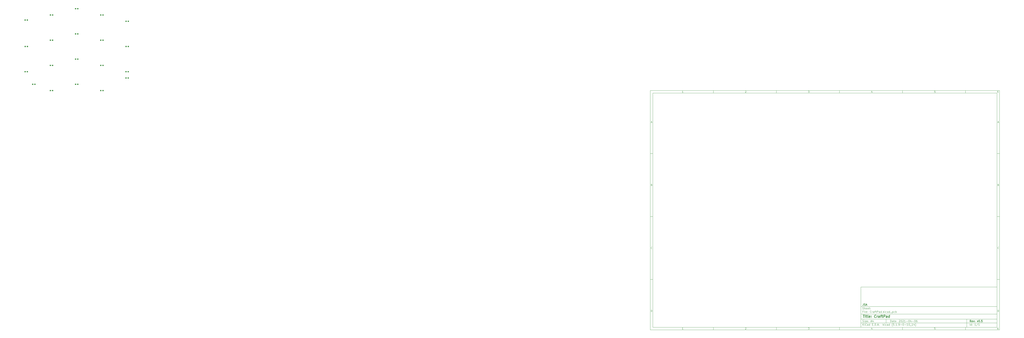
<source format=gbr>
%TF.GenerationSoftware,KiCad,Pcbnew,(5.1.9-0-10_14)*%
%TF.CreationDate,2021-04-06T08:54:49+08:00*%
%TF.ProjectId,CraftPad,43726166-7450-4616-942e-6b696361645f,v0.5*%
%TF.SameCoordinates,Original*%
%TF.FileFunction,Paste,Top*%
%TF.FilePolarity,Positive*%
%FSLAX46Y46*%
G04 Gerber Fmt 4.6, Leading zero omitted, Abs format (unit mm)*
G04 Created by KiCad (PCBNEW (5.1.9-0-10_14)) date 2021-04-06 08:54:49*
%MOMM*%
%LPD*%
G01*
G04 APERTURE LIST*
%ADD10C,0.100000*%
%ADD11C,0.150000*%
%ADD12C,0.300000*%
%ADD13C,0.400000*%
G04 APERTURE END LIST*
D10*
D11*
X177002200Y-166007200D02*
X177002200Y-198007200D01*
X285002200Y-198007200D01*
X285002200Y-166007200D01*
X177002200Y-166007200D01*
D10*
D11*
X10000000Y-10000000D02*
X10000000Y-200007200D01*
X287002200Y-200007200D01*
X287002200Y-10000000D01*
X10000000Y-10000000D01*
D10*
D11*
X12000000Y-12000000D02*
X12000000Y-198007200D01*
X285002200Y-198007200D01*
X285002200Y-12000000D01*
X12000000Y-12000000D01*
D10*
D11*
X60000000Y-12000000D02*
X60000000Y-10000000D01*
D10*
D11*
X110000000Y-12000000D02*
X110000000Y-10000000D01*
D10*
D11*
X160000000Y-12000000D02*
X160000000Y-10000000D01*
D10*
D11*
X210000000Y-12000000D02*
X210000000Y-10000000D01*
D10*
D11*
X260000000Y-12000000D02*
X260000000Y-10000000D01*
D10*
D11*
X36065476Y-11588095D02*
X35322619Y-11588095D01*
X35694047Y-11588095D02*
X35694047Y-10288095D01*
X35570238Y-10473809D01*
X35446428Y-10597619D01*
X35322619Y-10659523D01*
D10*
D11*
X85322619Y-10411904D02*
X85384523Y-10350000D01*
X85508333Y-10288095D01*
X85817857Y-10288095D01*
X85941666Y-10350000D01*
X86003571Y-10411904D01*
X86065476Y-10535714D01*
X86065476Y-10659523D01*
X86003571Y-10845238D01*
X85260714Y-11588095D01*
X86065476Y-11588095D01*
D10*
D11*
X135260714Y-10288095D02*
X136065476Y-10288095D01*
X135632142Y-10783333D01*
X135817857Y-10783333D01*
X135941666Y-10845238D01*
X136003571Y-10907142D01*
X136065476Y-11030952D01*
X136065476Y-11340476D01*
X136003571Y-11464285D01*
X135941666Y-11526190D01*
X135817857Y-11588095D01*
X135446428Y-11588095D01*
X135322619Y-11526190D01*
X135260714Y-11464285D01*
D10*
D11*
X185941666Y-10721428D02*
X185941666Y-11588095D01*
X185632142Y-10226190D02*
X185322619Y-11154761D01*
X186127380Y-11154761D01*
D10*
D11*
X236003571Y-10288095D02*
X235384523Y-10288095D01*
X235322619Y-10907142D01*
X235384523Y-10845238D01*
X235508333Y-10783333D01*
X235817857Y-10783333D01*
X235941666Y-10845238D01*
X236003571Y-10907142D01*
X236065476Y-11030952D01*
X236065476Y-11340476D01*
X236003571Y-11464285D01*
X235941666Y-11526190D01*
X235817857Y-11588095D01*
X235508333Y-11588095D01*
X235384523Y-11526190D01*
X235322619Y-11464285D01*
D10*
D11*
X285941666Y-10288095D02*
X285694047Y-10288095D01*
X285570238Y-10350000D01*
X285508333Y-10411904D01*
X285384523Y-10597619D01*
X285322619Y-10845238D01*
X285322619Y-11340476D01*
X285384523Y-11464285D01*
X285446428Y-11526190D01*
X285570238Y-11588095D01*
X285817857Y-11588095D01*
X285941666Y-11526190D01*
X286003571Y-11464285D01*
X286065476Y-11340476D01*
X286065476Y-11030952D01*
X286003571Y-10907142D01*
X285941666Y-10845238D01*
X285817857Y-10783333D01*
X285570238Y-10783333D01*
X285446428Y-10845238D01*
X285384523Y-10907142D01*
X285322619Y-11030952D01*
D10*
D11*
X60000000Y-198007200D02*
X60000000Y-200007200D01*
D10*
D11*
X110000000Y-198007200D02*
X110000000Y-200007200D01*
D10*
D11*
X160000000Y-198007200D02*
X160000000Y-200007200D01*
D10*
D11*
X210000000Y-198007200D02*
X210000000Y-200007200D01*
D10*
D11*
X260000000Y-198007200D02*
X260000000Y-200007200D01*
D10*
D11*
X36065476Y-199595295D02*
X35322619Y-199595295D01*
X35694047Y-199595295D02*
X35694047Y-198295295D01*
X35570238Y-198481009D01*
X35446428Y-198604819D01*
X35322619Y-198666723D01*
D10*
D11*
X85322619Y-198419104D02*
X85384523Y-198357200D01*
X85508333Y-198295295D01*
X85817857Y-198295295D01*
X85941666Y-198357200D01*
X86003571Y-198419104D01*
X86065476Y-198542914D01*
X86065476Y-198666723D01*
X86003571Y-198852438D01*
X85260714Y-199595295D01*
X86065476Y-199595295D01*
D10*
D11*
X135260714Y-198295295D02*
X136065476Y-198295295D01*
X135632142Y-198790533D01*
X135817857Y-198790533D01*
X135941666Y-198852438D01*
X136003571Y-198914342D01*
X136065476Y-199038152D01*
X136065476Y-199347676D01*
X136003571Y-199471485D01*
X135941666Y-199533390D01*
X135817857Y-199595295D01*
X135446428Y-199595295D01*
X135322619Y-199533390D01*
X135260714Y-199471485D01*
D10*
D11*
X185941666Y-198728628D02*
X185941666Y-199595295D01*
X185632142Y-198233390D02*
X185322619Y-199161961D01*
X186127380Y-199161961D01*
D10*
D11*
X236003571Y-198295295D02*
X235384523Y-198295295D01*
X235322619Y-198914342D01*
X235384523Y-198852438D01*
X235508333Y-198790533D01*
X235817857Y-198790533D01*
X235941666Y-198852438D01*
X236003571Y-198914342D01*
X236065476Y-199038152D01*
X236065476Y-199347676D01*
X236003571Y-199471485D01*
X235941666Y-199533390D01*
X235817857Y-199595295D01*
X235508333Y-199595295D01*
X235384523Y-199533390D01*
X235322619Y-199471485D01*
D10*
D11*
X285941666Y-198295295D02*
X285694047Y-198295295D01*
X285570238Y-198357200D01*
X285508333Y-198419104D01*
X285384523Y-198604819D01*
X285322619Y-198852438D01*
X285322619Y-199347676D01*
X285384523Y-199471485D01*
X285446428Y-199533390D01*
X285570238Y-199595295D01*
X285817857Y-199595295D01*
X285941666Y-199533390D01*
X286003571Y-199471485D01*
X286065476Y-199347676D01*
X286065476Y-199038152D01*
X286003571Y-198914342D01*
X285941666Y-198852438D01*
X285817857Y-198790533D01*
X285570238Y-198790533D01*
X285446428Y-198852438D01*
X285384523Y-198914342D01*
X285322619Y-199038152D01*
D10*
D11*
X10000000Y-60000000D02*
X12000000Y-60000000D01*
D10*
D11*
X10000000Y-110000000D02*
X12000000Y-110000000D01*
D10*
D11*
X10000000Y-160000000D02*
X12000000Y-160000000D01*
D10*
D11*
X10690476Y-35216666D02*
X11309523Y-35216666D01*
X10566666Y-35588095D02*
X11000000Y-34288095D01*
X11433333Y-35588095D01*
D10*
D11*
X11092857Y-84907142D02*
X11278571Y-84969047D01*
X11340476Y-85030952D01*
X11402380Y-85154761D01*
X11402380Y-85340476D01*
X11340476Y-85464285D01*
X11278571Y-85526190D01*
X11154761Y-85588095D01*
X10659523Y-85588095D01*
X10659523Y-84288095D01*
X11092857Y-84288095D01*
X11216666Y-84350000D01*
X11278571Y-84411904D01*
X11340476Y-84535714D01*
X11340476Y-84659523D01*
X11278571Y-84783333D01*
X11216666Y-84845238D01*
X11092857Y-84907142D01*
X10659523Y-84907142D01*
D10*
D11*
X11402380Y-135464285D02*
X11340476Y-135526190D01*
X11154761Y-135588095D01*
X11030952Y-135588095D01*
X10845238Y-135526190D01*
X10721428Y-135402380D01*
X10659523Y-135278571D01*
X10597619Y-135030952D01*
X10597619Y-134845238D01*
X10659523Y-134597619D01*
X10721428Y-134473809D01*
X10845238Y-134350000D01*
X11030952Y-134288095D01*
X11154761Y-134288095D01*
X11340476Y-134350000D01*
X11402380Y-134411904D01*
D10*
D11*
X10659523Y-185588095D02*
X10659523Y-184288095D01*
X10969047Y-184288095D01*
X11154761Y-184350000D01*
X11278571Y-184473809D01*
X11340476Y-184597619D01*
X11402380Y-184845238D01*
X11402380Y-185030952D01*
X11340476Y-185278571D01*
X11278571Y-185402380D01*
X11154761Y-185526190D01*
X10969047Y-185588095D01*
X10659523Y-185588095D01*
D10*
D11*
X287002200Y-60000000D02*
X285002200Y-60000000D01*
D10*
D11*
X287002200Y-110000000D02*
X285002200Y-110000000D01*
D10*
D11*
X287002200Y-160000000D02*
X285002200Y-160000000D01*
D10*
D11*
X285692676Y-35216666D02*
X286311723Y-35216666D01*
X285568866Y-35588095D02*
X286002200Y-34288095D01*
X286435533Y-35588095D01*
D10*
D11*
X286095057Y-84907142D02*
X286280771Y-84969047D01*
X286342676Y-85030952D01*
X286404580Y-85154761D01*
X286404580Y-85340476D01*
X286342676Y-85464285D01*
X286280771Y-85526190D01*
X286156961Y-85588095D01*
X285661723Y-85588095D01*
X285661723Y-84288095D01*
X286095057Y-84288095D01*
X286218866Y-84350000D01*
X286280771Y-84411904D01*
X286342676Y-84535714D01*
X286342676Y-84659523D01*
X286280771Y-84783333D01*
X286218866Y-84845238D01*
X286095057Y-84907142D01*
X285661723Y-84907142D01*
D10*
D11*
X286404580Y-135464285D02*
X286342676Y-135526190D01*
X286156961Y-135588095D01*
X286033152Y-135588095D01*
X285847438Y-135526190D01*
X285723628Y-135402380D01*
X285661723Y-135278571D01*
X285599819Y-135030952D01*
X285599819Y-134845238D01*
X285661723Y-134597619D01*
X285723628Y-134473809D01*
X285847438Y-134350000D01*
X286033152Y-134288095D01*
X286156961Y-134288095D01*
X286342676Y-134350000D01*
X286404580Y-134411904D01*
D10*
D11*
X285661723Y-185588095D02*
X285661723Y-184288095D01*
X285971247Y-184288095D01*
X286156961Y-184350000D01*
X286280771Y-184473809D01*
X286342676Y-184597619D01*
X286404580Y-184845238D01*
X286404580Y-185030952D01*
X286342676Y-185278571D01*
X286280771Y-185402380D01*
X286156961Y-185526190D01*
X285971247Y-185588095D01*
X285661723Y-185588095D01*
D10*
D11*
X200434342Y-193785771D02*
X200434342Y-192285771D01*
X200791485Y-192285771D01*
X201005771Y-192357200D01*
X201148628Y-192500057D01*
X201220057Y-192642914D01*
X201291485Y-192928628D01*
X201291485Y-193142914D01*
X201220057Y-193428628D01*
X201148628Y-193571485D01*
X201005771Y-193714342D01*
X200791485Y-193785771D01*
X200434342Y-193785771D01*
X202577200Y-193785771D02*
X202577200Y-193000057D01*
X202505771Y-192857200D01*
X202362914Y-192785771D01*
X202077200Y-192785771D01*
X201934342Y-192857200D01*
X202577200Y-193714342D02*
X202434342Y-193785771D01*
X202077200Y-193785771D01*
X201934342Y-193714342D01*
X201862914Y-193571485D01*
X201862914Y-193428628D01*
X201934342Y-193285771D01*
X202077200Y-193214342D01*
X202434342Y-193214342D01*
X202577200Y-193142914D01*
X203077200Y-192785771D02*
X203648628Y-192785771D01*
X203291485Y-192285771D02*
X203291485Y-193571485D01*
X203362914Y-193714342D01*
X203505771Y-193785771D01*
X203648628Y-193785771D01*
X204720057Y-193714342D02*
X204577200Y-193785771D01*
X204291485Y-193785771D01*
X204148628Y-193714342D01*
X204077200Y-193571485D01*
X204077200Y-193000057D01*
X204148628Y-192857200D01*
X204291485Y-192785771D01*
X204577200Y-192785771D01*
X204720057Y-192857200D01*
X204791485Y-193000057D01*
X204791485Y-193142914D01*
X204077200Y-193285771D01*
X205434342Y-193642914D02*
X205505771Y-193714342D01*
X205434342Y-193785771D01*
X205362914Y-193714342D01*
X205434342Y-193642914D01*
X205434342Y-193785771D01*
X205434342Y-192857200D02*
X205505771Y-192928628D01*
X205434342Y-193000057D01*
X205362914Y-192928628D01*
X205434342Y-192857200D01*
X205434342Y-193000057D01*
X207220057Y-192428628D02*
X207291485Y-192357200D01*
X207434342Y-192285771D01*
X207791485Y-192285771D01*
X207934342Y-192357200D01*
X208005771Y-192428628D01*
X208077200Y-192571485D01*
X208077200Y-192714342D01*
X208005771Y-192928628D01*
X207148628Y-193785771D01*
X208077200Y-193785771D01*
X209005771Y-192285771D02*
X209148628Y-192285771D01*
X209291485Y-192357200D01*
X209362914Y-192428628D01*
X209434342Y-192571485D01*
X209505771Y-192857200D01*
X209505771Y-193214342D01*
X209434342Y-193500057D01*
X209362914Y-193642914D01*
X209291485Y-193714342D01*
X209148628Y-193785771D01*
X209005771Y-193785771D01*
X208862914Y-193714342D01*
X208791485Y-193642914D01*
X208720057Y-193500057D01*
X208648628Y-193214342D01*
X208648628Y-192857200D01*
X208720057Y-192571485D01*
X208791485Y-192428628D01*
X208862914Y-192357200D01*
X209005771Y-192285771D01*
X210077200Y-192428628D02*
X210148628Y-192357200D01*
X210291485Y-192285771D01*
X210648628Y-192285771D01*
X210791485Y-192357200D01*
X210862914Y-192428628D01*
X210934342Y-192571485D01*
X210934342Y-192714342D01*
X210862914Y-192928628D01*
X210005771Y-193785771D01*
X210934342Y-193785771D01*
X212362914Y-193785771D02*
X211505771Y-193785771D01*
X211934342Y-193785771D02*
X211934342Y-192285771D01*
X211791485Y-192500057D01*
X211648628Y-192642914D01*
X211505771Y-192714342D01*
X213005771Y-193214342D02*
X214148628Y-193214342D01*
X215148628Y-192285771D02*
X215291485Y-192285771D01*
X215434342Y-192357200D01*
X215505771Y-192428628D01*
X215577200Y-192571485D01*
X215648628Y-192857200D01*
X215648628Y-193214342D01*
X215577200Y-193500057D01*
X215505771Y-193642914D01*
X215434342Y-193714342D01*
X215291485Y-193785771D01*
X215148628Y-193785771D01*
X215005771Y-193714342D01*
X214934342Y-193642914D01*
X214862914Y-193500057D01*
X214791485Y-193214342D01*
X214791485Y-192857200D01*
X214862914Y-192571485D01*
X214934342Y-192428628D01*
X215005771Y-192357200D01*
X215148628Y-192285771D01*
X216934342Y-192785771D02*
X216934342Y-193785771D01*
X216577200Y-192214342D02*
X216220057Y-193285771D01*
X217148628Y-193285771D01*
X217720057Y-193214342D02*
X218862914Y-193214342D01*
X219862914Y-192285771D02*
X220005771Y-192285771D01*
X220148628Y-192357200D01*
X220220057Y-192428628D01*
X220291485Y-192571485D01*
X220362914Y-192857200D01*
X220362914Y-193214342D01*
X220291485Y-193500057D01*
X220220057Y-193642914D01*
X220148628Y-193714342D01*
X220005771Y-193785771D01*
X219862914Y-193785771D01*
X219720057Y-193714342D01*
X219648628Y-193642914D01*
X219577200Y-193500057D01*
X219505771Y-193214342D01*
X219505771Y-192857200D01*
X219577200Y-192571485D01*
X219648628Y-192428628D01*
X219720057Y-192357200D01*
X219862914Y-192285771D01*
X221648628Y-192285771D02*
X221362914Y-192285771D01*
X221220057Y-192357200D01*
X221148628Y-192428628D01*
X221005771Y-192642914D01*
X220934342Y-192928628D01*
X220934342Y-193500057D01*
X221005771Y-193642914D01*
X221077200Y-193714342D01*
X221220057Y-193785771D01*
X221505771Y-193785771D01*
X221648628Y-193714342D01*
X221720057Y-193642914D01*
X221791485Y-193500057D01*
X221791485Y-193142914D01*
X221720057Y-193000057D01*
X221648628Y-192928628D01*
X221505771Y-192857200D01*
X221220057Y-192857200D01*
X221077200Y-192928628D01*
X221005771Y-193000057D01*
X220934342Y-193142914D01*
D10*
D11*
X177002200Y-194507200D02*
X285002200Y-194507200D01*
D10*
D11*
X178434342Y-196585771D02*
X178434342Y-195085771D01*
X179291485Y-196585771D02*
X178648628Y-195728628D01*
X179291485Y-195085771D02*
X178434342Y-195942914D01*
X179934342Y-196585771D02*
X179934342Y-195585771D01*
X179934342Y-195085771D02*
X179862914Y-195157200D01*
X179934342Y-195228628D01*
X180005771Y-195157200D01*
X179934342Y-195085771D01*
X179934342Y-195228628D01*
X181505771Y-196442914D02*
X181434342Y-196514342D01*
X181220057Y-196585771D01*
X181077200Y-196585771D01*
X180862914Y-196514342D01*
X180720057Y-196371485D01*
X180648628Y-196228628D01*
X180577200Y-195942914D01*
X180577200Y-195728628D01*
X180648628Y-195442914D01*
X180720057Y-195300057D01*
X180862914Y-195157200D01*
X181077200Y-195085771D01*
X181220057Y-195085771D01*
X181434342Y-195157200D01*
X181505771Y-195228628D01*
X182791485Y-196585771D02*
X182791485Y-195800057D01*
X182720057Y-195657200D01*
X182577200Y-195585771D01*
X182291485Y-195585771D01*
X182148628Y-195657200D01*
X182791485Y-196514342D02*
X182648628Y-196585771D01*
X182291485Y-196585771D01*
X182148628Y-196514342D01*
X182077200Y-196371485D01*
X182077200Y-196228628D01*
X182148628Y-196085771D01*
X182291485Y-196014342D01*
X182648628Y-196014342D01*
X182791485Y-195942914D01*
X184148628Y-196585771D02*
X184148628Y-195085771D01*
X184148628Y-196514342D02*
X184005771Y-196585771D01*
X183720057Y-196585771D01*
X183577200Y-196514342D01*
X183505771Y-196442914D01*
X183434342Y-196300057D01*
X183434342Y-195871485D01*
X183505771Y-195728628D01*
X183577200Y-195657200D01*
X183720057Y-195585771D01*
X184005771Y-195585771D01*
X184148628Y-195657200D01*
X186005771Y-195800057D02*
X186505771Y-195800057D01*
X186720057Y-196585771D02*
X186005771Y-196585771D01*
X186005771Y-195085771D01*
X186720057Y-195085771D01*
X187362914Y-196442914D02*
X187434342Y-196514342D01*
X187362914Y-196585771D01*
X187291485Y-196514342D01*
X187362914Y-196442914D01*
X187362914Y-196585771D01*
X188077200Y-196585771D02*
X188077200Y-195085771D01*
X188434342Y-195085771D01*
X188648628Y-195157200D01*
X188791485Y-195300057D01*
X188862914Y-195442914D01*
X188934342Y-195728628D01*
X188934342Y-195942914D01*
X188862914Y-196228628D01*
X188791485Y-196371485D01*
X188648628Y-196514342D01*
X188434342Y-196585771D01*
X188077200Y-196585771D01*
X189577200Y-196442914D02*
X189648628Y-196514342D01*
X189577200Y-196585771D01*
X189505771Y-196514342D01*
X189577200Y-196442914D01*
X189577200Y-196585771D01*
X190220057Y-196157200D02*
X190934342Y-196157200D01*
X190077200Y-196585771D02*
X190577200Y-195085771D01*
X191077200Y-196585771D01*
X191577200Y-196442914D02*
X191648628Y-196514342D01*
X191577200Y-196585771D01*
X191505771Y-196514342D01*
X191577200Y-196442914D01*
X191577200Y-196585771D01*
X194577200Y-196585771D02*
X194577200Y-195085771D01*
X194720057Y-196014342D02*
X195148628Y-196585771D01*
X195148628Y-195585771D02*
X194577200Y-196157200D01*
X195791485Y-196585771D02*
X195791485Y-195585771D01*
X195791485Y-195085771D02*
X195720057Y-195157200D01*
X195791485Y-195228628D01*
X195862914Y-195157200D01*
X195791485Y-195085771D01*
X195791485Y-195228628D01*
X197148628Y-196514342D02*
X197005771Y-196585771D01*
X196720057Y-196585771D01*
X196577200Y-196514342D01*
X196505771Y-196442914D01*
X196434342Y-196300057D01*
X196434342Y-195871485D01*
X196505771Y-195728628D01*
X196577200Y-195657200D01*
X196720057Y-195585771D01*
X197005771Y-195585771D01*
X197148628Y-195657200D01*
X198434342Y-196585771D02*
X198434342Y-195800057D01*
X198362914Y-195657200D01*
X198220057Y-195585771D01*
X197934342Y-195585771D01*
X197791485Y-195657200D01*
X198434342Y-196514342D02*
X198291485Y-196585771D01*
X197934342Y-196585771D01*
X197791485Y-196514342D01*
X197720057Y-196371485D01*
X197720057Y-196228628D01*
X197791485Y-196085771D01*
X197934342Y-196014342D01*
X198291485Y-196014342D01*
X198434342Y-195942914D01*
X199791485Y-196585771D02*
X199791485Y-195085771D01*
X199791485Y-196514342D02*
X199648628Y-196585771D01*
X199362914Y-196585771D01*
X199220057Y-196514342D01*
X199148628Y-196442914D01*
X199077200Y-196300057D01*
X199077200Y-195871485D01*
X199148628Y-195728628D01*
X199220057Y-195657200D01*
X199362914Y-195585771D01*
X199648628Y-195585771D01*
X199791485Y-195657200D01*
X202077200Y-197157200D02*
X202005771Y-197085771D01*
X201862914Y-196871485D01*
X201791485Y-196728628D01*
X201720057Y-196514342D01*
X201648628Y-196157200D01*
X201648628Y-195871485D01*
X201720057Y-195514342D01*
X201791485Y-195300057D01*
X201862914Y-195157200D01*
X202005771Y-194942914D01*
X202077200Y-194871485D01*
X203362914Y-195085771D02*
X202648628Y-195085771D01*
X202577200Y-195800057D01*
X202648628Y-195728628D01*
X202791485Y-195657200D01*
X203148628Y-195657200D01*
X203291485Y-195728628D01*
X203362914Y-195800057D01*
X203434342Y-195942914D01*
X203434342Y-196300057D01*
X203362914Y-196442914D01*
X203291485Y-196514342D01*
X203148628Y-196585771D01*
X202791485Y-196585771D01*
X202648628Y-196514342D01*
X202577200Y-196442914D01*
X204077200Y-196442914D02*
X204148628Y-196514342D01*
X204077200Y-196585771D01*
X204005771Y-196514342D01*
X204077200Y-196442914D01*
X204077200Y-196585771D01*
X205577200Y-196585771D02*
X204720057Y-196585771D01*
X205148628Y-196585771D02*
X205148628Y-195085771D01*
X205005771Y-195300057D01*
X204862914Y-195442914D01*
X204720057Y-195514342D01*
X206220057Y-196442914D02*
X206291485Y-196514342D01*
X206220057Y-196585771D01*
X206148628Y-196514342D01*
X206220057Y-196442914D01*
X206220057Y-196585771D01*
X207005771Y-196585771D02*
X207291485Y-196585771D01*
X207434342Y-196514342D01*
X207505771Y-196442914D01*
X207648628Y-196228628D01*
X207720057Y-195942914D01*
X207720057Y-195371485D01*
X207648628Y-195228628D01*
X207577200Y-195157200D01*
X207434342Y-195085771D01*
X207148628Y-195085771D01*
X207005771Y-195157200D01*
X206934342Y-195228628D01*
X206862914Y-195371485D01*
X206862914Y-195728628D01*
X206934342Y-195871485D01*
X207005771Y-195942914D01*
X207148628Y-196014342D01*
X207434342Y-196014342D01*
X207577200Y-195942914D01*
X207648628Y-195871485D01*
X207720057Y-195728628D01*
X208362914Y-196014342D02*
X209505771Y-196014342D01*
X210505771Y-195085771D02*
X210648628Y-195085771D01*
X210791485Y-195157200D01*
X210862914Y-195228628D01*
X210934342Y-195371485D01*
X211005771Y-195657200D01*
X211005771Y-196014342D01*
X210934342Y-196300057D01*
X210862914Y-196442914D01*
X210791485Y-196514342D01*
X210648628Y-196585771D01*
X210505771Y-196585771D01*
X210362914Y-196514342D01*
X210291485Y-196442914D01*
X210220057Y-196300057D01*
X210148628Y-196014342D01*
X210148628Y-195657200D01*
X210220057Y-195371485D01*
X210291485Y-195228628D01*
X210362914Y-195157200D01*
X210505771Y-195085771D01*
X211648628Y-196014342D02*
X212791485Y-196014342D01*
X214291485Y-196585771D02*
X213434342Y-196585771D01*
X213862914Y-196585771D02*
X213862914Y-195085771D01*
X213720057Y-195300057D01*
X213577200Y-195442914D01*
X213434342Y-195514342D01*
X215220057Y-195085771D02*
X215362914Y-195085771D01*
X215505771Y-195157200D01*
X215577200Y-195228628D01*
X215648628Y-195371485D01*
X215720057Y-195657200D01*
X215720057Y-196014342D01*
X215648628Y-196300057D01*
X215577200Y-196442914D01*
X215505771Y-196514342D01*
X215362914Y-196585771D01*
X215220057Y-196585771D01*
X215077200Y-196514342D01*
X215005771Y-196442914D01*
X214934342Y-196300057D01*
X214862914Y-196014342D01*
X214862914Y-195657200D01*
X214934342Y-195371485D01*
X215005771Y-195228628D01*
X215077200Y-195157200D01*
X215220057Y-195085771D01*
X216005771Y-196728628D02*
X217148628Y-196728628D01*
X218291485Y-196585771D02*
X217434342Y-196585771D01*
X217862914Y-196585771D02*
X217862914Y-195085771D01*
X217720057Y-195300057D01*
X217577200Y-195442914D01*
X217434342Y-195514342D01*
X219577200Y-195585771D02*
X219577200Y-196585771D01*
X219220057Y-195014342D02*
X218862914Y-196085771D01*
X219791485Y-196085771D01*
X220220057Y-197157200D02*
X220291485Y-197085771D01*
X220434342Y-196871485D01*
X220505771Y-196728628D01*
X220577200Y-196514342D01*
X220648628Y-196157200D01*
X220648628Y-195871485D01*
X220577200Y-195514342D01*
X220505771Y-195300057D01*
X220434342Y-195157200D01*
X220291485Y-194942914D01*
X220220057Y-194871485D01*
D10*
D11*
X177002200Y-191507200D02*
X285002200Y-191507200D01*
D10*
D12*
X264411485Y-193785771D02*
X263911485Y-193071485D01*
X263554342Y-193785771D02*
X263554342Y-192285771D01*
X264125771Y-192285771D01*
X264268628Y-192357200D01*
X264340057Y-192428628D01*
X264411485Y-192571485D01*
X264411485Y-192785771D01*
X264340057Y-192928628D01*
X264268628Y-193000057D01*
X264125771Y-193071485D01*
X263554342Y-193071485D01*
X265625771Y-193714342D02*
X265482914Y-193785771D01*
X265197200Y-193785771D01*
X265054342Y-193714342D01*
X264982914Y-193571485D01*
X264982914Y-193000057D01*
X265054342Y-192857200D01*
X265197200Y-192785771D01*
X265482914Y-192785771D01*
X265625771Y-192857200D01*
X265697200Y-193000057D01*
X265697200Y-193142914D01*
X264982914Y-193285771D01*
X266197200Y-192785771D02*
X266554342Y-193785771D01*
X266911485Y-192785771D01*
X267482914Y-193642914D02*
X267554342Y-193714342D01*
X267482914Y-193785771D01*
X267411485Y-193714342D01*
X267482914Y-193642914D01*
X267482914Y-193785771D01*
X267482914Y-192857200D02*
X267554342Y-192928628D01*
X267482914Y-193000057D01*
X267411485Y-192928628D01*
X267482914Y-192857200D01*
X267482914Y-193000057D01*
X269197200Y-192785771D02*
X269554342Y-193785771D01*
X269911485Y-192785771D01*
X270768628Y-192285771D02*
X270911485Y-192285771D01*
X271054342Y-192357200D01*
X271125771Y-192428628D01*
X271197200Y-192571485D01*
X271268628Y-192857200D01*
X271268628Y-193214342D01*
X271197200Y-193500057D01*
X271125771Y-193642914D01*
X271054342Y-193714342D01*
X270911485Y-193785771D01*
X270768628Y-193785771D01*
X270625771Y-193714342D01*
X270554342Y-193642914D01*
X270482914Y-193500057D01*
X270411485Y-193214342D01*
X270411485Y-192857200D01*
X270482914Y-192571485D01*
X270554342Y-192428628D01*
X270625771Y-192357200D01*
X270768628Y-192285771D01*
X271911485Y-193642914D02*
X271982914Y-193714342D01*
X271911485Y-193785771D01*
X271840057Y-193714342D01*
X271911485Y-193642914D01*
X271911485Y-193785771D01*
X273340057Y-192285771D02*
X272625771Y-192285771D01*
X272554342Y-193000057D01*
X272625771Y-192928628D01*
X272768628Y-192857200D01*
X273125771Y-192857200D01*
X273268628Y-192928628D01*
X273340057Y-193000057D01*
X273411485Y-193142914D01*
X273411485Y-193500057D01*
X273340057Y-193642914D01*
X273268628Y-193714342D01*
X273125771Y-193785771D01*
X272768628Y-193785771D01*
X272625771Y-193714342D01*
X272554342Y-193642914D01*
D10*
D11*
X178362914Y-193714342D02*
X178577200Y-193785771D01*
X178934342Y-193785771D01*
X179077200Y-193714342D01*
X179148628Y-193642914D01*
X179220057Y-193500057D01*
X179220057Y-193357200D01*
X179148628Y-193214342D01*
X179077200Y-193142914D01*
X178934342Y-193071485D01*
X178648628Y-193000057D01*
X178505771Y-192928628D01*
X178434342Y-192857200D01*
X178362914Y-192714342D01*
X178362914Y-192571485D01*
X178434342Y-192428628D01*
X178505771Y-192357200D01*
X178648628Y-192285771D01*
X179005771Y-192285771D01*
X179220057Y-192357200D01*
X179862914Y-193785771D02*
X179862914Y-192785771D01*
X179862914Y-192285771D02*
X179791485Y-192357200D01*
X179862914Y-192428628D01*
X179934342Y-192357200D01*
X179862914Y-192285771D01*
X179862914Y-192428628D01*
X180434342Y-192785771D02*
X181220057Y-192785771D01*
X180434342Y-193785771D01*
X181220057Y-193785771D01*
X182362914Y-193714342D02*
X182220057Y-193785771D01*
X181934342Y-193785771D01*
X181791485Y-193714342D01*
X181720057Y-193571485D01*
X181720057Y-193000057D01*
X181791485Y-192857200D01*
X181934342Y-192785771D01*
X182220057Y-192785771D01*
X182362914Y-192857200D01*
X182434342Y-193000057D01*
X182434342Y-193142914D01*
X181720057Y-193285771D01*
X183077200Y-193642914D02*
X183148628Y-193714342D01*
X183077200Y-193785771D01*
X183005771Y-193714342D01*
X183077200Y-193642914D01*
X183077200Y-193785771D01*
X183077200Y-192857200D02*
X183148628Y-192928628D01*
X183077200Y-193000057D01*
X183005771Y-192928628D01*
X183077200Y-192857200D01*
X183077200Y-193000057D01*
X184862914Y-193357200D02*
X185577200Y-193357200D01*
X184720057Y-193785771D02*
X185220057Y-192285771D01*
X185720057Y-193785771D01*
X186862914Y-192785771D02*
X186862914Y-193785771D01*
X186505771Y-192214342D02*
X186148628Y-193285771D01*
X187077200Y-193285771D01*
D10*
D11*
X263434342Y-196585771D02*
X263434342Y-195085771D01*
X264791485Y-196585771D02*
X264791485Y-195085771D01*
X264791485Y-196514342D02*
X264648628Y-196585771D01*
X264362914Y-196585771D01*
X264220057Y-196514342D01*
X264148628Y-196442914D01*
X264077200Y-196300057D01*
X264077200Y-195871485D01*
X264148628Y-195728628D01*
X264220057Y-195657200D01*
X264362914Y-195585771D01*
X264648628Y-195585771D01*
X264791485Y-195657200D01*
X265505771Y-196442914D02*
X265577200Y-196514342D01*
X265505771Y-196585771D01*
X265434342Y-196514342D01*
X265505771Y-196442914D01*
X265505771Y-196585771D01*
X265505771Y-195657200D02*
X265577200Y-195728628D01*
X265505771Y-195800057D01*
X265434342Y-195728628D01*
X265505771Y-195657200D01*
X265505771Y-195800057D01*
X268148628Y-196585771D02*
X267291485Y-196585771D01*
X267720057Y-196585771D02*
X267720057Y-195085771D01*
X267577200Y-195300057D01*
X267434342Y-195442914D01*
X267291485Y-195514342D01*
X269862914Y-195014342D02*
X268577200Y-196942914D01*
X271148628Y-196585771D02*
X270291485Y-196585771D01*
X270720057Y-196585771D02*
X270720057Y-195085771D01*
X270577200Y-195300057D01*
X270434342Y-195442914D01*
X270291485Y-195514342D01*
D10*
D11*
X177002200Y-187507200D02*
X285002200Y-187507200D01*
D10*
D13*
X178714580Y-188211961D02*
X179857438Y-188211961D01*
X179036009Y-190211961D02*
X179286009Y-188211961D01*
X180274104Y-190211961D02*
X180440771Y-188878628D01*
X180524104Y-188211961D02*
X180416961Y-188307200D01*
X180500295Y-188402438D01*
X180607438Y-188307200D01*
X180524104Y-188211961D01*
X180500295Y-188402438D01*
X181107438Y-188878628D02*
X181869342Y-188878628D01*
X181476485Y-188211961D02*
X181262200Y-189926247D01*
X181333628Y-190116723D01*
X181512200Y-190211961D01*
X181702676Y-190211961D01*
X182655057Y-190211961D02*
X182476485Y-190116723D01*
X182405057Y-189926247D01*
X182619342Y-188211961D01*
X184190771Y-190116723D02*
X183988390Y-190211961D01*
X183607438Y-190211961D01*
X183428866Y-190116723D01*
X183357438Y-189926247D01*
X183452676Y-189164342D01*
X183571723Y-188973866D01*
X183774104Y-188878628D01*
X184155057Y-188878628D01*
X184333628Y-188973866D01*
X184405057Y-189164342D01*
X184381247Y-189354819D01*
X183405057Y-189545295D01*
X185155057Y-190021485D02*
X185238390Y-190116723D01*
X185131247Y-190211961D01*
X185047914Y-190116723D01*
X185155057Y-190021485D01*
X185131247Y-190211961D01*
X185286009Y-188973866D02*
X185369342Y-189069104D01*
X185262200Y-189164342D01*
X185178866Y-189069104D01*
X185286009Y-188973866D01*
X185262200Y-189164342D01*
X188774104Y-190021485D02*
X188666961Y-190116723D01*
X188369342Y-190211961D01*
X188178866Y-190211961D01*
X187905057Y-190116723D01*
X187738390Y-189926247D01*
X187666961Y-189735771D01*
X187619342Y-189354819D01*
X187655057Y-189069104D01*
X187797914Y-188688152D01*
X187916961Y-188497676D01*
X188131247Y-188307200D01*
X188428866Y-188211961D01*
X188619342Y-188211961D01*
X188893152Y-188307200D01*
X188976485Y-188402438D01*
X189607438Y-190211961D02*
X189774104Y-188878628D01*
X189726485Y-189259580D02*
X189845533Y-189069104D01*
X189952676Y-188973866D01*
X190155057Y-188878628D01*
X190345533Y-188878628D01*
X191702676Y-190211961D02*
X191833628Y-189164342D01*
X191762200Y-188973866D01*
X191583628Y-188878628D01*
X191202676Y-188878628D01*
X191000295Y-188973866D01*
X191714580Y-190116723D02*
X191512200Y-190211961D01*
X191036009Y-190211961D01*
X190857438Y-190116723D01*
X190786009Y-189926247D01*
X190809819Y-189735771D01*
X190928866Y-189545295D01*
X191131247Y-189450057D01*
X191607438Y-189450057D01*
X191809819Y-189354819D01*
X192536009Y-188878628D02*
X193297914Y-188878628D01*
X192655057Y-190211961D02*
X192869342Y-188497676D01*
X192988390Y-188307200D01*
X193190771Y-188211961D01*
X193381247Y-188211961D01*
X193678866Y-188878628D02*
X194440771Y-188878628D01*
X194047914Y-188211961D02*
X193833628Y-189926247D01*
X193905057Y-190116723D01*
X194083628Y-190211961D01*
X194274104Y-190211961D01*
X194940771Y-190211961D02*
X195190771Y-188211961D01*
X195952676Y-188211961D01*
X196131247Y-188307200D01*
X196214580Y-188402438D01*
X196286009Y-188592914D01*
X196250295Y-188878628D01*
X196131247Y-189069104D01*
X196024104Y-189164342D01*
X195821723Y-189259580D01*
X195059819Y-189259580D01*
X197797914Y-190211961D02*
X197928866Y-189164342D01*
X197857438Y-188973866D01*
X197678866Y-188878628D01*
X197297914Y-188878628D01*
X197095533Y-188973866D01*
X197809819Y-190116723D02*
X197607438Y-190211961D01*
X197131247Y-190211961D01*
X196952676Y-190116723D01*
X196881247Y-189926247D01*
X196905057Y-189735771D01*
X197024104Y-189545295D01*
X197226485Y-189450057D01*
X197702676Y-189450057D01*
X197905057Y-189354819D01*
X199607438Y-190211961D02*
X199857438Y-188211961D01*
X199619342Y-190116723D02*
X199416961Y-190211961D01*
X199036009Y-190211961D01*
X198857438Y-190116723D01*
X198774104Y-190021485D01*
X198702676Y-189831009D01*
X198774104Y-189259580D01*
X198893152Y-189069104D01*
X199000295Y-188973866D01*
X199202676Y-188878628D01*
X199583628Y-188878628D01*
X199762200Y-188973866D01*
D10*
D11*
X178934342Y-185600057D02*
X178434342Y-185600057D01*
X178434342Y-186385771D02*
X178434342Y-184885771D01*
X179148628Y-184885771D01*
X179720057Y-186385771D02*
X179720057Y-185385771D01*
X179720057Y-184885771D02*
X179648628Y-184957200D01*
X179720057Y-185028628D01*
X179791485Y-184957200D01*
X179720057Y-184885771D01*
X179720057Y-185028628D01*
X180648628Y-186385771D02*
X180505771Y-186314342D01*
X180434342Y-186171485D01*
X180434342Y-184885771D01*
X181791485Y-186314342D02*
X181648628Y-186385771D01*
X181362914Y-186385771D01*
X181220057Y-186314342D01*
X181148628Y-186171485D01*
X181148628Y-185600057D01*
X181220057Y-185457200D01*
X181362914Y-185385771D01*
X181648628Y-185385771D01*
X181791485Y-185457200D01*
X181862914Y-185600057D01*
X181862914Y-185742914D01*
X181148628Y-185885771D01*
X182505771Y-186242914D02*
X182577200Y-186314342D01*
X182505771Y-186385771D01*
X182434342Y-186314342D01*
X182505771Y-186242914D01*
X182505771Y-186385771D01*
X182505771Y-185457200D02*
X182577200Y-185528628D01*
X182505771Y-185600057D01*
X182434342Y-185528628D01*
X182505771Y-185457200D01*
X182505771Y-185600057D01*
X185220057Y-186242914D02*
X185148628Y-186314342D01*
X184934342Y-186385771D01*
X184791485Y-186385771D01*
X184577200Y-186314342D01*
X184434342Y-186171485D01*
X184362914Y-186028628D01*
X184291485Y-185742914D01*
X184291485Y-185528628D01*
X184362914Y-185242914D01*
X184434342Y-185100057D01*
X184577200Y-184957200D01*
X184791485Y-184885771D01*
X184934342Y-184885771D01*
X185148628Y-184957200D01*
X185220057Y-185028628D01*
X185862914Y-186385771D02*
X185862914Y-185385771D01*
X185862914Y-185671485D02*
X185934342Y-185528628D01*
X186005771Y-185457200D01*
X186148628Y-185385771D01*
X186291485Y-185385771D01*
X187434342Y-186385771D02*
X187434342Y-185600057D01*
X187362914Y-185457200D01*
X187220057Y-185385771D01*
X186934342Y-185385771D01*
X186791485Y-185457200D01*
X187434342Y-186314342D02*
X187291485Y-186385771D01*
X186934342Y-186385771D01*
X186791485Y-186314342D01*
X186720057Y-186171485D01*
X186720057Y-186028628D01*
X186791485Y-185885771D01*
X186934342Y-185814342D01*
X187291485Y-185814342D01*
X187434342Y-185742914D01*
X187934342Y-185385771D02*
X188505771Y-185385771D01*
X188148628Y-186385771D02*
X188148628Y-185100057D01*
X188220057Y-184957200D01*
X188362914Y-184885771D01*
X188505771Y-184885771D01*
X188791485Y-185385771D02*
X189362914Y-185385771D01*
X189005771Y-184885771D02*
X189005771Y-186171485D01*
X189077200Y-186314342D01*
X189220057Y-186385771D01*
X189362914Y-186385771D01*
X189862914Y-186385771D02*
X189862914Y-184885771D01*
X190434342Y-184885771D01*
X190577200Y-184957200D01*
X190648628Y-185028628D01*
X190720057Y-185171485D01*
X190720057Y-185385771D01*
X190648628Y-185528628D01*
X190577200Y-185600057D01*
X190434342Y-185671485D01*
X189862914Y-185671485D01*
X192005771Y-186385771D02*
X192005771Y-185600057D01*
X191934342Y-185457200D01*
X191791485Y-185385771D01*
X191505771Y-185385771D01*
X191362914Y-185457200D01*
X192005771Y-186314342D02*
X191862914Y-186385771D01*
X191505771Y-186385771D01*
X191362914Y-186314342D01*
X191291485Y-186171485D01*
X191291485Y-186028628D01*
X191362914Y-185885771D01*
X191505771Y-185814342D01*
X191862914Y-185814342D01*
X192005771Y-185742914D01*
X193362914Y-186385771D02*
X193362914Y-184885771D01*
X193362914Y-186314342D02*
X193220057Y-186385771D01*
X192934342Y-186385771D01*
X192791485Y-186314342D01*
X192720057Y-186242914D01*
X192648628Y-186100057D01*
X192648628Y-185671485D01*
X192720057Y-185528628D01*
X192791485Y-185457200D01*
X192934342Y-185385771D01*
X193220057Y-185385771D01*
X193362914Y-185457200D01*
X194077200Y-186242914D02*
X194148628Y-186314342D01*
X194077200Y-186385771D01*
X194005771Y-186314342D01*
X194077200Y-186242914D01*
X194077200Y-186385771D01*
X194791485Y-186385771D02*
X194791485Y-184885771D01*
X194934342Y-185814342D02*
X195362914Y-186385771D01*
X195362914Y-185385771D02*
X194791485Y-185957200D01*
X196005771Y-186385771D02*
X196005771Y-185385771D01*
X196005771Y-184885771D02*
X195934342Y-184957200D01*
X196005771Y-185028628D01*
X196077200Y-184957200D01*
X196005771Y-184885771D01*
X196005771Y-185028628D01*
X197362914Y-186314342D02*
X197220057Y-186385771D01*
X196934342Y-186385771D01*
X196791485Y-186314342D01*
X196720057Y-186242914D01*
X196648628Y-186100057D01*
X196648628Y-185671485D01*
X196720057Y-185528628D01*
X196791485Y-185457200D01*
X196934342Y-185385771D01*
X197220057Y-185385771D01*
X197362914Y-185457200D01*
X198648628Y-186385771D02*
X198648628Y-185600057D01*
X198577200Y-185457200D01*
X198434342Y-185385771D01*
X198148628Y-185385771D01*
X198005771Y-185457200D01*
X198648628Y-186314342D02*
X198505771Y-186385771D01*
X198148628Y-186385771D01*
X198005771Y-186314342D01*
X197934342Y-186171485D01*
X197934342Y-186028628D01*
X198005771Y-185885771D01*
X198148628Y-185814342D01*
X198505771Y-185814342D01*
X198648628Y-185742914D01*
X200005771Y-186385771D02*
X200005771Y-184885771D01*
X200005771Y-186314342D02*
X199862914Y-186385771D01*
X199577200Y-186385771D01*
X199434342Y-186314342D01*
X199362914Y-186242914D01*
X199291485Y-186100057D01*
X199291485Y-185671485D01*
X199362914Y-185528628D01*
X199434342Y-185457200D01*
X199577200Y-185385771D01*
X199862914Y-185385771D01*
X200005771Y-185457200D01*
X200362914Y-186528628D02*
X201505771Y-186528628D01*
X201862914Y-185385771D02*
X201862914Y-186885771D01*
X201862914Y-185457200D02*
X202005771Y-185385771D01*
X202291485Y-185385771D01*
X202434342Y-185457200D01*
X202505771Y-185528628D01*
X202577200Y-185671485D01*
X202577200Y-186100057D01*
X202505771Y-186242914D01*
X202434342Y-186314342D01*
X202291485Y-186385771D01*
X202005771Y-186385771D01*
X201862914Y-186314342D01*
X203862914Y-186314342D02*
X203720057Y-186385771D01*
X203434342Y-186385771D01*
X203291485Y-186314342D01*
X203220057Y-186242914D01*
X203148628Y-186100057D01*
X203148628Y-185671485D01*
X203220057Y-185528628D01*
X203291485Y-185457200D01*
X203434342Y-185385771D01*
X203720057Y-185385771D01*
X203862914Y-185457200D01*
X204505771Y-186385771D02*
X204505771Y-184885771D01*
X204505771Y-185457200D02*
X204648628Y-185385771D01*
X204934342Y-185385771D01*
X205077200Y-185457200D01*
X205148628Y-185528628D01*
X205220057Y-185671485D01*
X205220057Y-186100057D01*
X205148628Y-186242914D01*
X205077200Y-186314342D01*
X204934342Y-186385771D01*
X204648628Y-186385771D01*
X204505771Y-186314342D01*
D10*
D11*
X177002200Y-181507200D02*
X285002200Y-181507200D01*
D10*
D11*
X178362914Y-183614342D02*
X178577200Y-183685771D01*
X178934342Y-183685771D01*
X179077200Y-183614342D01*
X179148628Y-183542914D01*
X179220057Y-183400057D01*
X179220057Y-183257200D01*
X179148628Y-183114342D01*
X179077200Y-183042914D01*
X178934342Y-182971485D01*
X178648628Y-182900057D01*
X178505771Y-182828628D01*
X178434342Y-182757200D01*
X178362914Y-182614342D01*
X178362914Y-182471485D01*
X178434342Y-182328628D01*
X178505771Y-182257200D01*
X178648628Y-182185771D01*
X179005771Y-182185771D01*
X179220057Y-182257200D01*
X179862914Y-183685771D02*
X179862914Y-182185771D01*
X180505771Y-183685771D02*
X180505771Y-182900057D01*
X180434342Y-182757200D01*
X180291485Y-182685771D01*
X180077200Y-182685771D01*
X179934342Y-182757200D01*
X179862914Y-182828628D01*
X181791485Y-183614342D02*
X181648628Y-183685771D01*
X181362914Y-183685771D01*
X181220057Y-183614342D01*
X181148628Y-183471485D01*
X181148628Y-182900057D01*
X181220057Y-182757200D01*
X181362914Y-182685771D01*
X181648628Y-182685771D01*
X181791485Y-182757200D01*
X181862914Y-182900057D01*
X181862914Y-183042914D01*
X181148628Y-183185771D01*
X183077200Y-183614342D02*
X182934342Y-183685771D01*
X182648628Y-183685771D01*
X182505771Y-183614342D01*
X182434342Y-183471485D01*
X182434342Y-182900057D01*
X182505771Y-182757200D01*
X182648628Y-182685771D01*
X182934342Y-182685771D01*
X183077200Y-182757200D01*
X183148628Y-182900057D01*
X183148628Y-183042914D01*
X182434342Y-183185771D01*
X183577200Y-182685771D02*
X184148628Y-182685771D01*
X183791485Y-182185771D02*
X183791485Y-183471485D01*
X183862914Y-183614342D01*
X184005771Y-183685771D01*
X184148628Y-183685771D01*
X184648628Y-183542914D02*
X184720057Y-183614342D01*
X184648628Y-183685771D01*
X184577200Y-183614342D01*
X184648628Y-183542914D01*
X184648628Y-183685771D01*
X184648628Y-182757200D02*
X184720057Y-182828628D01*
X184648628Y-182900057D01*
X184577200Y-182828628D01*
X184648628Y-182757200D01*
X184648628Y-182900057D01*
D10*
D12*
X178982914Y-179185771D02*
X178982914Y-180257200D01*
X178911485Y-180471485D01*
X178768628Y-180614342D01*
X178554342Y-180685771D01*
X178411485Y-180685771D01*
X179625771Y-180614342D02*
X179840057Y-180685771D01*
X180197200Y-180685771D01*
X180340057Y-180614342D01*
X180411485Y-180542914D01*
X180482914Y-180400057D01*
X180482914Y-180257200D01*
X180411485Y-180114342D01*
X180340057Y-180042914D01*
X180197200Y-179971485D01*
X179911485Y-179900057D01*
X179768628Y-179828628D01*
X179697200Y-179757200D01*
X179625771Y-179614342D01*
X179625771Y-179471485D01*
X179697200Y-179328628D01*
X179768628Y-179257200D01*
X179911485Y-179185771D01*
X180268628Y-179185771D01*
X180482914Y-179257200D01*
X181054342Y-180257200D02*
X181768628Y-180257200D01*
X180911485Y-180685771D02*
X181411485Y-179185771D01*
X181911485Y-180685771D01*
D10*
D11*
X197002200Y-191507200D02*
X197002200Y-194507200D01*
D10*
D11*
X261002200Y-191507200D02*
X261002200Y-198007200D01*
%TO.C,D20*%
G36*
G01*
X-478650000Y-5237500D02*
X-478650000Y-4762500D01*
G75*
G02*
X-478412500Y-4525000I237500J0D01*
G01*
X-477837500Y-4525000D01*
G75*
G02*
X-477600000Y-4762500I0J-237500D01*
G01*
X-477600000Y-5237500D01*
G75*
G02*
X-477837500Y-5475000I-237500J0D01*
G01*
X-478412500Y-5475000D01*
G75*
G02*
X-478650000Y-5237500I0J237500D01*
G01*
G37*
G36*
G01*
X-480400000Y-5237500D02*
X-480400000Y-4762500D01*
G75*
G02*
X-480162500Y-4525000I237500J0D01*
G01*
X-479587500Y-4525000D01*
G75*
G02*
X-479350000Y-4762500I0J-237500D01*
G01*
X-479350000Y-5237500D01*
G75*
G02*
X-479587500Y-5475000I-237500J0D01*
G01*
X-480162500Y-5475000D01*
G75*
G02*
X-480400000Y-5237500I0J237500D01*
G01*
G37*
%TD*%
%TO.C,D19*%
G36*
G01*
X-464650000Y-10237500D02*
X-464650000Y-9762500D01*
G75*
G02*
X-464412500Y-9525000I237500J0D01*
G01*
X-463837500Y-9525000D01*
G75*
G02*
X-463600000Y-9762500I0J-237500D01*
G01*
X-463600000Y-10237500D01*
G75*
G02*
X-463837500Y-10475000I-237500J0D01*
G01*
X-464412500Y-10475000D01*
G75*
G02*
X-464650000Y-10237500I0J237500D01*
G01*
G37*
G36*
G01*
X-466400000Y-10237500D02*
X-466400000Y-9762500D01*
G75*
G02*
X-466162500Y-9525000I237500J0D01*
G01*
X-465587500Y-9525000D01*
G75*
G02*
X-465350000Y-9762500I0J-237500D01*
G01*
X-465350000Y-10237500D01*
G75*
G02*
X-465587500Y-10475000I-237500J0D01*
G01*
X-466162500Y-10475000D01*
G75*
G02*
X-466400000Y-10237500I0J237500D01*
G01*
G37*
%TD*%
%TO.C,D18*%
G36*
G01*
X-444650000Y-5237500D02*
X-444650000Y-4762500D01*
G75*
G02*
X-444412500Y-4525000I237500J0D01*
G01*
X-443837500Y-4525000D01*
G75*
G02*
X-443600000Y-4762500I0J-237500D01*
G01*
X-443600000Y-5237500D01*
G75*
G02*
X-443837500Y-5475000I-237500J0D01*
G01*
X-444412500Y-5475000D01*
G75*
G02*
X-444650000Y-5237500I0J237500D01*
G01*
G37*
G36*
G01*
X-446400000Y-5237500D02*
X-446400000Y-4762500D01*
G75*
G02*
X-446162500Y-4525000I237500J0D01*
G01*
X-445587500Y-4525000D01*
G75*
G02*
X-445350000Y-4762500I0J-237500D01*
G01*
X-445350000Y-5237500D01*
G75*
G02*
X-445587500Y-5475000I-237500J0D01*
G01*
X-446162500Y-5475000D01*
G75*
G02*
X-446400000Y-5237500I0J237500D01*
G01*
G37*
%TD*%
%TO.C,D17*%
G36*
G01*
X-424650000Y-10237500D02*
X-424650000Y-9762500D01*
G75*
G02*
X-424412500Y-9525000I237500J0D01*
G01*
X-423837500Y-9525000D01*
G75*
G02*
X-423600000Y-9762500I0J-237500D01*
G01*
X-423600000Y-10237500D01*
G75*
G02*
X-423837500Y-10475000I-237500J0D01*
G01*
X-424412500Y-10475000D01*
G75*
G02*
X-424650000Y-10237500I0J237500D01*
G01*
G37*
G36*
G01*
X-426400000Y-10237500D02*
X-426400000Y-9762500D01*
G75*
G02*
X-426162500Y-9525000I237500J0D01*
G01*
X-425587500Y-9525000D01*
G75*
G02*
X-425350000Y-9762500I0J-237500D01*
G01*
X-425350000Y-10237500D01*
G75*
G02*
X-425587500Y-10475000I-237500J0D01*
G01*
X-426162500Y-10475000D01*
G75*
G02*
X-426400000Y-10237500I0J237500D01*
G01*
G37*
%TD*%
%TO.C,D16*%
G36*
G01*
X-404650000Y-237500D02*
X-404650000Y237500D01*
G75*
G02*
X-404412500Y475000I237500J0D01*
G01*
X-403837500Y475000D01*
G75*
G02*
X-403600000Y237500I0J-237500D01*
G01*
X-403600000Y-237500D01*
G75*
G02*
X-403837500Y-475000I-237500J0D01*
G01*
X-404412500Y-475000D01*
G75*
G02*
X-404650000Y-237500I0J237500D01*
G01*
G37*
G36*
G01*
X-406400000Y-237500D02*
X-406400000Y237500D01*
G75*
G02*
X-406162500Y475000I237500J0D01*
G01*
X-405587500Y475000D01*
G75*
G02*
X-405350000Y237500I0J-237500D01*
G01*
X-405350000Y-237500D01*
G75*
G02*
X-405587500Y-475000I-237500J0D01*
G01*
X-406162500Y-475000D01*
G75*
G02*
X-406400000Y-237500I0J237500D01*
G01*
G37*
%TD*%
%TO.C,D15*%
G36*
G01*
X-484650000Y4762500D02*
X-484650000Y5237500D01*
G75*
G02*
X-484412500Y5475000I237500J0D01*
G01*
X-483837500Y5475000D01*
G75*
G02*
X-483600000Y5237500I0J-237500D01*
G01*
X-483600000Y4762500D01*
G75*
G02*
X-483837500Y4525000I-237500J0D01*
G01*
X-484412500Y4525000D01*
G75*
G02*
X-484650000Y4762500I0J237500D01*
G01*
G37*
G36*
G01*
X-486400000Y4762500D02*
X-486400000Y5237500D01*
G75*
G02*
X-486162500Y5475000I237500J0D01*
G01*
X-485587500Y5475000D01*
G75*
G02*
X-485350000Y5237500I0J-237500D01*
G01*
X-485350000Y4762500D01*
G75*
G02*
X-485587500Y4525000I-237500J0D01*
G01*
X-486162500Y4525000D01*
G75*
G02*
X-486400000Y4762500I0J237500D01*
G01*
G37*
%TD*%
%TO.C,D14*%
G36*
G01*
X-464650000Y9762500D02*
X-464650000Y10237500D01*
G75*
G02*
X-464412500Y10475000I237500J0D01*
G01*
X-463837500Y10475000D01*
G75*
G02*
X-463600000Y10237500I0J-237500D01*
G01*
X-463600000Y9762500D01*
G75*
G02*
X-463837500Y9525000I-237500J0D01*
G01*
X-464412500Y9525000D01*
G75*
G02*
X-464650000Y9762500I0J237500D01*
G01*
G37*
G36*
G01*
X-466400000Y9762500D02*
X-466400000Y10237500D01*
G75*
G02*
X-466162500Y10475000I237500J0D01*
G01*
X-465587500Y10475000D01*
G75*
G02*
X-465350000Y10237500I0J-237500D01*
G01*
X-465350000Y9762500D01*
G75*
G02*
X-465587500Y9525000I-237500J0D01*
G01*
X-466162500Y9525000D01*
G75*
G02*
X-466400000Y9762500I0J237500D01*
G01*
G37*
%TD*%
%TO.C,D13*%
G36*
G01*
X-444650000Y14762500D02*
X-444650000Y15237500D01*
G75*
G02*
X-444412500Y15475000I237500J0D01*
G01*
X-443837500Y15475000D01*
G75*
G02*
X-443600000Y15237500I0J-237500D01*
G01*
X-443600000Y14762500D01*
G75*
G02*
X-443837500Y14525000I-237500J0D01*
G01*
X-444412500Y14525000D01*
G75*
G02*
X-444650000Y14762500I0J237500D01*
G01*
G37*
G36*
G01*
X-446400000Y14762500D02*
X-446400000Y15237500D01*
G75*
G02*
X-446162500Y15475000I237500J0D01*
G01*
X-445587500Y15475000D01*
G75*
G02*
X-445350000Y15237500I0J-237500D01*
G01*
X-445350000Y14762500D01*
G75*
G02*
X-445587500Y14525000I-237500J0D01*
G01*
X-446162500Y14525000D01*
G75*
G02*
X-446400000Y14762500I0J237500D01*
G01*
G37*
%TD*%
%TO.C,D12*%
G36*
G01*
X-424650000Y9762500D02*
X-424650000Y10237500D01*
G75*
G02*
X-424412500Y10475000I237500J0D01*
G01*
X-423837500Y10475000D01*
G75*
G02*
X-423600000Y10237500I0J-237500D01*
G01*
X-423600000Y9762500D01*
G75*
G02*
X-423837500Y9525000I-237500J0D01*
G01*
X-424412500Y9525000D01*
G75*
G02*
X-424650000Y9762500I0J237500D01*
G01*
G37*
G36*
G01*
X-426400000Y9762500D02*
X-426400000Y10237500D01*
G75*
G02*
X-426162500Y10475000I237500J0D01*
G01*
X-425587500Y10475000D01*
G75*
G02*
X-425350000Y10237500I0J-237500D01*
G01*
X-425350000Y9762500D01*
G75*
G02*
X-425587500Y9525000I-237500J0D01*
G01*
X-426162500Y9525000D01*
G75*
G02*
X-426400000Y9762500I0J237500D01*
G01*
G37*
%TD*%
%TO.C,D11*%
G36*
G01*
X-404650000Y4762500D02*
X-404650000Y5237500D01*
G75*
G02*
X-404412500Y5475000I237500J0D01*
G01*
X-403837500Y5475000D01*
G75*
G02*
X-403600000Y5237500I0J-237500D01*
G01*
X-403600000Y4762500D01*
G75*
G02*
X-403837500Y4525000I-237500J0D01*
G01*
X-404412500Y4525000D01*
G75*
G02*
X-404650000Y4762500I0J237500D01*
G01*
G37*
G36*
G01*
X-406400000Y4762500D02*
X-406400000Y5237500D01*
G75*
G02*
X-406162500Y5475000I237500J0D01*
G01*
X-405587500Y5475000D01*
G75*
G02*
X-405350000Y5237500I0J-237500D01*
G01*
X-405350000Y4762500D01*
G75*
G02*
X-405587500Y4525000I-237500J0D01*
G01*
X-406162500Y4525000D01*
G75*
G02*
X-406400000Y4762500I0J237500D01*
G01*
G37*
%TD*%
%TO.C,D10*%
G36*
G01*
X-484587500Y24762500D02*
X-484587500Y25237500D01*
G75*
G02*
X-484350000Y25475000I237500J0D01*
G01*
X-483775000Y25475000D01*
G75*
G02*
X-483537500Y25237500I0J-237500D01*
G01*
X-483537500Y24762500D01*
G75*
G02*
X-483775000Y24525000I-237500J0D01*
G01*
X-484350000Y24525000D01*
G75*
G02*
X-484587500Y24762500I0J237500D01*
G01*
G37*
G36*
G01*
X-486337500Y24762500D02*
X-486337500Y25237500D01*
G75*
G02*
X-486100000Y25475000I237500J0D01*
G01*
X-485525000Y25475000D01*
G75*
G02*
X-485287500Y25237500I0J-237500D01*
G01*
X-485287500Y24762500D01*
G75*
G02*
X-485525000Y24525000I-237500J0D01*
G01*
X-486100000Y24525000D01*
G75*
G02*
X-486337500Y24762500I0J237500D01*
G01*
G37*
%TD*%
%TO.C,D9*%
G36*
G01*
X-464650000Y29762500D02*
X-464650000Y30237500D01*
G75*
G02*
X-464412500Y30475000I237500J0D01*
G01*
X-463837500Y30475000D01*
G75*
G02*
X-463600000Y30237500I0J-237500D01*
G01*
X-463600000Y29762500D01*
G75*
G02*
X-463837500Y29525000I-237500J0D01*
G01*
X-464412500Y29525000D01*
G75*
G02*
X-464650000Y29762500I0J237500D01*
G01*
G37*
G36*
G01*
X-466400000Y29762500D02*
X-466400000Y30237500D01*
G75*
G02*
X-466162500Y30475000I237500J0D01*
G01*
X-465587500Y30475000D01*
G75*
G02*
X-465350000Y30237500I0J-237500D01*
G01*
X-465350000Y29762500D01*
G75*
G02*
X-465587500Y29525000I-237500J0D01*
G01*
X-466162500Y29525000D01*
G75*
G02*
X-466400000Y29762500I0J237500D01*
G01*
G37*
%TD*%
%TO.C,D8*%
G36*
G01*
X-444650000Y34762500D02*
X-444650000Y35237500D01*
G75*
G02*
X-444412500Y35475000I237500J0D01*
G01*
X-443837500Y35475000D01*
G75*
G02*
X-443600000Y35237500I0J-237500D01*
G01*
X-443600000Y34762500D01*
G75*
G02*
X-443837500Y34525000I-237500J0D01*
G01*
X-444412500Y34525000D01*
G75*
G02*
X-444650000Y34762500I0J237500D01*
G01*
G37*
G36*
G01*
X-446400000Y34762500D02*
X-446400000Y35237500D01*
G75*
G02*
X-446162500Y35475000I237500J0D01*
G01*
X-445587500Y35475000D01*
G75*
G02*
X-445350000Y35237500I0J-237500D01*
G01*
X-445350000Y34762500D01*
G75*
G02*
X-445587500Y34525000I-237500J0D01*
G01*
X-446162500Y34525000D01*
G75*
G02*
X-446400000Y34762500I0J237500D01*
G01*
G37*
%TD*%
%TO.C,D7*%
G36*
G01*
X-424650000Y29762500D02*
X-424650000Y30237500D01*
G75*
G02*
X-424412500Y30475000I237500J0D01*
G01*
X-423837500Y30475000D01*
G75*
G02*
X-423600000Y30237500I0J-237500D01*
G01*
X-423600000Y29762500D01*
G75*
G02*
X-423837500Y29525000I-237500J0D01*
G01*
X-424412500Y29525000D01*
G75*
G02*
X-424650000Y29762500I0J237500D01*
G01*
G37*
G36*
G01*
X-426400000Y29762500D02*
X-426400000Y30237500D01*
G75*
G02*
X-426162500Y30475000I237500J0D01*
G01*
X-425587500Y30475000D01*
G75*
G02*
X-425350000Y30237500I0J-237500D01*
G01*
X-425350000Y29762500D01*
G75*
G02*
X-425587500Y29525000I-237500J0D01*
G01*
X-426162500Y29525000D01*
G75*
G02*
X-426400000Y29762500I0J237500D01*
G01*
G37*
%TD*%
%TO.C,D6*%
G36*
G01*
X-404587500Y24762500D02*
X-404587500Y25237500D01*
G75*
G02*
X-404350000Y25475000I237500J0D01*
G01*
X-403775000Y25475000D01*
G75*
G02*
X-403537500Y25237500I0J-237500D01*
G01*
X-403537500Y24762500D01*
G75*
G02*
X-403775000Y24525000I-237500J0D01*
G01*
X-404350000Y24525000D01*
G75*
G02*
X-404587500Y24762500I0J237500D01*
G01*
G37*
G36*
G01*
X-406337500Y24762500D02*
X-406337500Y25237500D01*
G75*
G02*
X-406100000Y25475000I237500J0D01*
G01*
X-405525000Y25475000D01*
G75*
G02*
X-405287500Y25237500I0J-237500D01*
G01*
X-405287500Y24762500D01*
G75*
G02*
X-405525000Y24525000I-237500J0D01*
G01*
X-406100000Y24525000D01*
G75*
G02*
X-406337500Y24762500I0J237500D01*
G01*
G37*
%TD*%
%TO.C,D5*%
G36*
G01*
X-484650000Y45762500D02*
X-484650000Y46237500D01*
G75*
G02*
X-484412500Y46475000I237500J0D01*
G01*
X-483837500Y46475000D01*
G75*
G02*
X-483600000Y46237500I0J-237500D01*
G01*
X-483600000Y45762500D01*
G75*
G02*
X-483837500Y45525000I-237500J0D01*
G01*
X-484412500Y45525000D01*
G75*
G02*
X-484650000Y45762500I0J237500D01*
G01*
G37*
G36*
G01*
X-486400000Y45762500D02*
X-486400000Y46237500D01*
G75*
G02*
X-486162500Y46475000I237500J0D01*
G01*
X-485587500Y46475000D01*
G75*
G02*
X-485350000Y46237500I0J-237500D01*
G01*
X-485350000Y45762500D01*
G75*
G02*
X-485587500Y45525000I-237500J0D01*
G01*
X-486162500Y45525000D01*
G75*
G02*
X-486400000Y45762500I0J237500D01*
G01*
G37*
%TD*%
%TO.C,D4*%
G36*
G01*
X-464587500Y49762500D02*
X-464587500Y50237500D01*
G75*
G02*
X-464350000Y50475000I237500J0D01*
G01*
X-463775000Y50475000D01*
G75*
G02*
X-463537500Y50237500I0J-237500D01*
G01*
X-463537500Y49762500D01*
G75*
G02*
X-463775000Y49525000I-237500J0D01*
G01*
X-464350000Y49525000D01*
G75*
G02*
X-464587500Y49762500I0J237500D01*
G01*
G37*
G36*
G01*
X-466337500Y49762500D02*
X-466337500Y50237500D01*
G75*
G02*
X-466100000Y50475000I237500J0D01*
G01*
X-465525000Y50475000D01*
G75*
G02*
X-465287500Y50237500I0J-237500D01*
G01*
X-465287500Y49762500D01*
G75*
G02*
X-465525000Y49525000I-237500J0D01*
G01*
X-466100000Y49525000D01*
G75*
G02*
X-466337500Y49762500I0J237500D01*
G01*
G37*
%TD*%
%TO.C,D3*%
G36*
G01*
X-444650000Y54762500D02*
X-444650000Y55237500D01*
G75*
G02*
X-444412500Y55475000I237500J0D01*
G01*
X-443837500Y55475000D01*
G75*
G02*
X-443600000Y55237500I0J-237500D01*
G01*
X-443600000Y54762500D01*
G75*
G02*
X-443837500Y54525000I-237500J0D01*
G01*
X-444412500Y54525000D01*
G75*
G02*
X-444650000Y54762500I0J237500D01*
G01*
G37*
G36*
G01*
X-446400000Y54762500D02*
X-446400000Y55237500D01*
G75*
G02*
X-446162500Y55475000I237500J0D01*
G01*
X-445587500Y55475000D01*
G75*
G02*
X-445350000Y55237500I0J-237500D01*
G01*
X-445350000Y54762500D01*
G75*
G02*
X-445587500Y54525000I-237500J0D01*
G01*
X-446162500Y54525000D01*
G75*
G02*
X-446400000Y54762500I0J237500D01*
G01*
G37*
%TD*%
%TO.C,D2*%
G36*
G01*
X-424650000Y49762500D02*
X-424650000Y50237500D01*
G75*
G02*
X-424412500Y50475000I237500J0D01*
G01*
X-423837500Y50475000D01*
G75*
G02*
X-423600000Y50237500I0J-237500D01*
G01*
X-423600000Y49762500D01*
G75*
G02*
X-423837500Y49525000I-237500J0D01*
G01*
X-424412500Y49525000D01*
G75*
G02*
X-424650000Y49762500I0J237500D01*
G01*
G37*
G36*
G01*
X-426400000Y49762500D02*
X-426400000Y50237500D01*
G75*
G02*
X-426162500Y50475000I237500J0D01*
G01*
X-425587500Y50475000D01*
G75*
G02*
X-425350000Y50237500I0J-237500D01*
G01*
X-425350000Y49762500D01*
G75*
G02*
X-425587500Y49525000I-237500J0D01*
G01*
X-426162500Y49525000D01*
G75*
G02*
X-426400000Y49762500I0J237500D01*
G01*
G37*
%TD*%
%TO.C,D1*%
G36*
G01*
X-404587500Y44762500D02*
X-404587500Y45237500D01*
G75*
G02*
X-404350000Y45475000I237500J0D01*
G01*
X-403775000Y45475000D01*
G75*
G02*
X-403537500Y45237500I0J-237500D01*
G01*
X-403537500Y44762500D01*
G75*
G02*
X-403775000Y44525000I-237500J0D01*
G01*
X-404350000Y44525000D01*
G75*
G02*
X-404587500Y44762500I0J237500D01*
G01*
G37*
G36*
G01*
X-406337500Y44762500D02*
X-406337500Y45237500D01*
G75*
G02*
X-406100000Y45475000I237500J0D01*
G01*
X-405525000Y45475000D01*
G75*
G02*
X-405287500Y45237500I0J-237500D01*
G01*
X-405287500Y44762500D01*
G75*
G02*
X-405525000Y44525000I-237500J0D01*
G01*
X-406100000Y44525000D01*
G75*
G02*
X-406337500Y44762500I0J237500D01*
G01*
G37*
%TD*%
M02*

</source>
